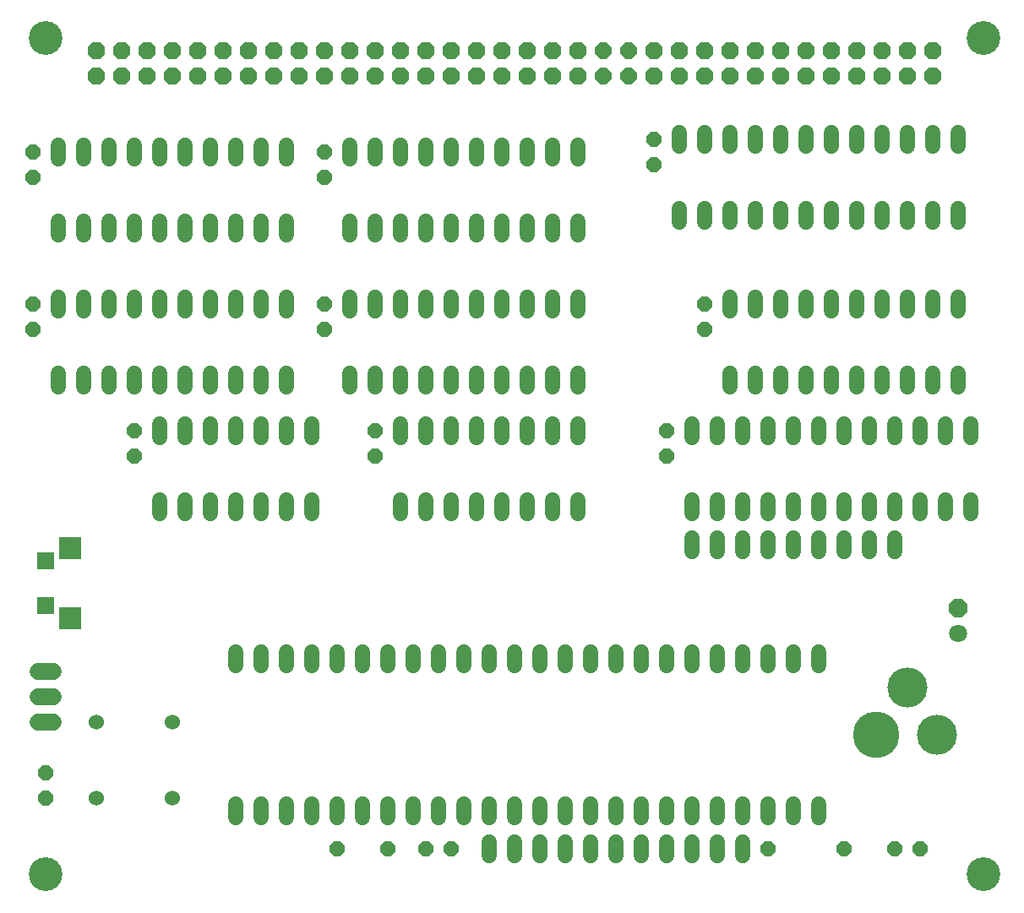
<source format=gbs>
G75*
%MOIN*%
%OFA0B0*%
%FSLAX24Y24*%
%IPPOS*%
%LPD*%
%AMOC8*
5,1,8,0,0,1.08239X$1,22.5*
%
%ADD10C,0.1330*%
%ADD11C,0.0600*%
%ADD12C,0.0600*%
%ADD13C,0.0680*%
%ADD14OC8,0.0680*%
%ADD15R,0.0680X0.0680*%
%ADD16R,0.0905X0.0905*%
%ADD17OC8,0.0600*%
%ADD18C,0.1830*%
%ADD19C,0.1580*%
%ADD20OC8,0.0640*%
%ADD21OC8,0.0710*%
%ADD22C,0.0710*%
D10*
X001680Y001680D03*
X001680Y034680D03*
X038680Y034680D03*
X038680Y001680D03*
D11*
X032180Y003920D02*
X032180Y004440D01*
X031180Y004440D02*
X031180Y003920D01*
X030180Y003920D02*
X030180Y004440D01*
X029180Y004440D02*
X029180Y003920D01*
X029180Y002940D02*
X029180Y002420D01*
X028180Y002420D02*
X028180Y002940D01*
X028180Y003920D02*
X028180Y004440D01*
X027180Y004440D02*
X027180Y003920D01*
X027180Y002940D02*
X027180Y002420D01*
X026180Y002420D02*
X026180Y002940D01*
X026180Y003920D02*
X026180Y004440D01*
X025180Y004440D02*
X025180Y003920D01*
X025180Y002940D02*
X025180Y002420D01*
X024180Y002420D02*
X024180Y002940D01*
X024180Y003920D02*
X024180Y004440D01*
X023180Y004440D02*
X023180Y003920D01*
X023180Y002940D02*
X023180Y002420D01*
X022180Y002420D02*
X022180Y002940D01*
X022180Y003920D02*
X022180Y004440D01*
X021180Y004440D02*
X021180Y003920D01*
X021180Y002940D02*
X021180Y002420D01*
X020180Y002420D02*
X020180Y002940D01*
X020180Y003920D02*
X020180Y004440D01*
X019180Y004440D02*
X019180Y003920D01*
X019180Y002940D02*
X019180Y002420D01*
X018180Y003920D02*
X018180Y004440D01*
X017180Y004440D02*
X017180Y003920D01*
X016180Y003920D02*
X016180Y004440D01*
X015180Y004440D02*
X015180Y003920D01*
X014180Y003920D02*
X014180Y004440D01*
X013180Y004440D02*
X013180Y003920D01*
X012180Y003920D02*
X012180Y004440D01*
X011180Y004440D02*
X011180Y003920D01*
X010180Y003920D02*
X010180Y004440D01*
X009180Y004440D02*
X009180Y003920D01*
X009180Y009920D02*
X009180Y010440D01*
X010180Y010440D02*
X010180Y009920D01*
X011180Y009920D02*
X011180Y010440D01*
X012180Y010440D02*
X012180Y009920D01*
X013180Y009920D02*
X013180Y010440D01*
X014180Y010440D02*
X014180Y009920D01*
X015180Y009920D02*
X015180Y010440D01*
X016180Y010440D02*
X016180Y009920D01*
X017180Y009920D02*
X017180Y010440D01*
X018180Y010440D02*
X018180Y009920D01*
X019180Y009920D02*
X019180Y010440D01*
X020180Y010440D02*
X020180Y009920D01*
X021180Y009920D02*
X021180Y010440D01*
X022180Y010440D02*
X022180Y009920D01*
X023180Y009920D02*
X023180Y010440D01*
X024180Y010440D02*
X024180Y009920D01*
X025180Y009920D02*
X025180Y010440D01*
X026180Y010440D02*
X026180Y009920D01*
X027180Y009920D02*
X027180Y010440D01*
X028180Y010440D02*
X028180Y009920D01*
X029180Y009920D02*
X029180Y010440D01*
X030180Y010440D02*
X030180Y009920D01*
X031180Y009920D02*
X031180Y010440D01*
X032180Y010440D02*
X032180Y009920D01*
X032180Y014420D02*
X032180Y014940D01*
X032180Y015920D02*
X032180Y016440D01*
X031180Y016440D02*
X031180Y015920D01*
X031180Y014940D02*
X031180Y014420D01*
X030180Y014420D02*
X030180Y014940D01*
X030180Y015920D02*
X030180Y016440D01*
X029180Y016440D02*
X029180Y015920D01*
X029180Y014940D02*
X029180Y014420D01*
X028180Y014420D02*
X028180Y014940D01*
X028180Y015920D02*
X028180Y016440D01*
X027180Y016440D02*
X027180Y015920D01*
X027180Y014940D02*
X027180Y014420D01*
X022680Y015920D02*
X022680Y016440D01*
X021680Y016440D02*
X021680Y015920D01*
X020680Y015920D02*
X020680Y016440D01*
X019680Y016440D02*
X019680Y015920D01*
X018680Y015920D02*
X018680Y016440D01*
X017680Y016440D02*
X017680Y015920D01*
X016680Y015920D02*
X016680Y016440D01*
X015680Y016440D02*
X015680Y015920D01*
X012180Y015920D02*
X012180Y016440D01*
X011180Y016440D02*
X011180Y015920D01*
X010180Y015920D02*
X010180Y016440D01*
X009180Y016440D02*
X009180Y015920D01*
X008180Y015920D02*
X008180Y016440D01*
X007180Y016440D02*
X007180Y015920D01*
X006180Y015920D02*
X006180Y016440D01*
X006180Y018920D02*
X006180Y019440D01*
X007180Y019440D02*
X007180Y018920D01*
X008180Y018920D02*
X008180Y019440D01*
X009180Y019440D02*
X009180Y018920D01*
X010180Y018920D02*
X010180Y019440D01*
X011180Y019440D02*
X011180Y018920D01*
X012180Y018920D02*
X012180Y019440D01*
X011180Y020920D02*
X011180Y021440D01*
X010180Y021440D02*
X010180Y020920D01*
X009180Y020920D02*
X009180Y021440D01*
X008180Y021440D02*
X008180Y020920D01*
X007180Y020920D02*
X007180Y021440D01*
X006180Y021440D02*
X006180Y020920D01*
X005180Y020920D02*
X005180Y021440D01*
X004180Y021440D02*
X004180Y020920D01*
X003180Y020920D02*
X003180Y021440D01*
X002180Y021440D02*
X002180Y020920D01*
X002180Y023920D02*
X002180Y024440D01*
X003180Y024440D02*
X003180Y023920D01*
X004180Y023920D02*
X004180Y024440D01*
X005180Y024440D02*
X005180Y023920D01*
X006180Y023920D02*
X006180Y024440D01*
X007180Y024440D02*
X007180Y023920D01*
X008180Y023920D02*
X008180Y024440D01*
X009180Y024440D02*
X009180Y023920D01*
X010180Y023920D02*
X010180Y024440D01*
X011180Y024440D02*
X011180Y023920D01*
X013680Y023920D02*
X013680Y024440D01*
X014680Y024440D02*
X014680Y023920D01*
X015680Y023920D02*
X015680Y024440D01*
X016680Y024440D02*
X016680Y023920D01*
X017680Y023920D02*
X017680Y024440D01*
X018680Y024440D02*
X018680Y023920D01*
X019680Y023920D02*
X019680Y024440D01*
X020680Y024440D02*
X020680Y023920D01*
X021680Y023920D02*
X021680Y024440D01*
X022680Y024440D02*
X022680Y023920D01*
X022680Y021440D02*
X022680Y020920D01*
X021680Y020920D02*
X021680Y021440D01*
X020680Y021440D02*
X020680Y020920D01*
X019680Y020920D02*
X019680Y021440D01*
X018680Y021440D02*
X018680Y020920D01*
X017680Y020920D02*
X017680Y021440D01*
X016680Y021440D02*
X016680Y020920D01*
X015680Y020920D02*
X015680Y021440D01*
X014680Y021440D02*
X014680Y020920D01*
X013680Y020920D02*
X013680Y021440D01*
X015680Y019440D02*
X015680Y018920D01*
X016680Y018920D02*
X016680Y019440D01*
X017680Y019440D02*
X017680Y018920D01*
X018680Y018920D02*
X018680Y019440D01*
X019680Y019440D02*
X019680Y018920D01*
X020680Y018920D02*
X020680Y019440D01*
X021680Y019440D02*
X021680Y018920D01*
X022680Y018920D02*
X022680Y019440D01*
X027180Y019440D02*
X027180Y018920D01*
X028180Y018920D02*
X028180Y019440D01*
X029180Y019440D02*
X029180Y018920D01*
X030180Y018920D02*
X030180Y019440D01*
X031180Y019440D02*
X031180Y018920D01*
X032180Y018920D02*
X032180Y019440D01*
X033180Y019440D02*
X033180Y018920D01*
X034180Y018920D02*
X034180Y019440D01*
X035180Y019440D02*
X035180Y018920D01*
X036180Y018920D02*
X036180Y019440D01*
X037180Y019440D02*
X037180Y018920D01*
X038180Y018920D02*
X038180Y019440D01*
X037680Y020920D02*
X037680Y021440D01*
X036680Y021440D02*
X036680Y020920D01*
X035680Y020920D02*
X035680Y021440D01*
X034680Y021440D02*
X034680Y020920D01*
X033680Y020920D02*
X033680Y021440D01*
X032680Y021440D02*
X032680Y020920D01*
X031680Y020920D02*
X031680Y021440D01*
X030680Y021440D02*
X030680Y020920D01*
X029680Y020920D02*
X029680Y021440D01*
X028680Y021440D02*
X028680Y020920D01*
X028680Y023920D02*
X028680Y024440D01*
X029680Y024440D02*
X029680Y023920D01*
X030680Y023920D02*
X030680Y024440D01*
X031680Y024440D02*
X031680Y023920D01*
X032680Y023920D02*
X032680Y024440D01*
X033680Y024440D02*
X033680Y023920D01*
X034680Y023920D02*
X034680Y024440D01*
X035680Y024440D02*
X035680Y023920D01*
X036680Y023920D02*
X036680Y024440D01*
X037680Y024440D02*
X037680Y023920D01*
X037680Y027420D02*
X037680Y027940D01*
X036680Y027940D02*
X036680Y027420D01*
X035680Y027420D02*
X035680Y027940D01*
X034680Y027940D02*
X034680Y027420D01*
X033680Y027420D02*
X033680Y027940D01*
X032680Y027940D02*
X032680Y027420D01*
X031680Y027420D02*
X031680Y027940D01*
X030680Y027940D02*
X030680Y027420D01*
X029680Y027420D02*
X029680Y027940D01*
X028680Y027940D02*
X028680Y027420D01*
X027680Y027420D02*
X027680Y027940D01*
X026680Y027940D02*
X026680Y027420D01*
X026680Y030420D02*
X026680Y030940D01*
X027680Y030940D02*
X027680Y030420D01*
X028680Y030420D02*
X028680Y030940D01*
X029680Y030940D02*
X029680Y030420D01*
X030680Y030420D02*
X030680Y030940D01*
X031680Y030940D02*
X031680Y030420D01*
X032680Y030420D02*
X032680Y030940D01*
X033680Y030940D02*
X033680Y030420D01*
X034680Y030420D02*
X034680Y030940D01*
X035680Y030940D02*
X035680Y030420D01*
X036680Y030420D02*
X036680Y030940D01*
X037680Y030940D02*
X037680Y030420D01*
X022680Y030440D02*
X022680Y029920D01*
X021680Y029920D02*
X021680Y030440D01*
X020680Y030440D02*
X020680Y029920D01*
X019680Y029920D02*
X019680Y030440D01*
X018680Y030440D02*
X018680Y029920D01*
X017680Y029920D02*
X017680Y030440D01*
X016680Y030440D02*
X016680Y029920D01*
X015680Y029920D02*
X015680Y030440D01*
X014680Y030440D02*
X014680Y029920D01*
X013680Y029920D02*
X013680Y030440D01*
X011180Y030440D02*
X011180Y029920D01*
X010180Y029920D02*
X010180Y030440D01*
X009180Y030440D02*
X009180Y029920D01*
X008180Y029920D02*
X008180Y030440D01*
X007180Y030440D02*
X007180Y029920D01*
X006180Y029920D02*
X006180Y030440D01*
X005180Y030440D02*
X005180Y029920D01*
X004180Y029920D02*
X004180Y030440D01*
X003180Y030440D02*
X003180Y029920D01*
X002180Y029920D02*
X002180Y030440D01*
X002180Y027440D02*
X002180Y026920D01*
X003180Y026920D02*
X003180Y027440D01*
X004180Y027440D02*
X004180Y026920D01*
X005180Y026920D02*
X005180Y027440D01*
X006180Y027440D02*
X006180Y026920D01*
X007180Y026920D02*
X007180Y027440D01*
X008180Y027440D02*
X008180Y026920D01*
X009180Y026920D02*
X009180Y027440D01*
X010180Y027440D02*
X010180Y026920D01*
X011180Y026920D02*
X011180Y027440D01*
X013680Y027440D02*
X013680Y026920D01*
X014680Y026920D02*
X014680Y027440D01*
X015680Y027440D02*
X015680Y026920D01*
X016680Y026920D02*
X016680Y027440D01*
X017680Y027440D02*
X017680Y026920D01*
X018680Y026920D02*
X018680Y027440D01*
X019680Y027440D02*
X019680Y026920D01*
X020680Y026920D02*
X020680Y027440D01*
X021680Y027440D02*
X021680Y026920D01*
X022680Y026920D02*
X022680Y027440D01*
X033180Y016440D02*
X033180Y015920D01*
X033180Y014940D02*
X033180Y014420D01*
X034180Y014420D02*
X034180Y014940D01*
X034180Y015920D02*
X034180Y016440D01*
X035180Y016440D02*
X035180Y015920D01*
X035180Y014940D02*
X035180Y014420D01*
X036180Y015920D02*
X036180Y016440D01*
X037180Y016440D02*
X037180Y015920D01*
X038180Y015920D02*
X038180Y016440D01*
D12*
X006680Y007680D03*
X003680Y007680D03*
X003680Y004680D03*
X006680Y004680D03*
D13*
X001980Y007680D02*
X001380Y007680D01*
X001380Y008680D02*
X001980Y008680D01*
X001980Y009680D02*
X001380Y009680D01*
D14*
X003680Y033180D03*
X004680Y033180D03*
X004680Y034180D03*
X003680Y034180D03*
X005680Y034180D03*
X006680Y034180D03*
X006680Y033180D03*
X005680Y033180D03*
X007680Y033180D03*
X008680Y033180D03*
X009680Y033180D03*
X009680Y034180D03*
X008680Y034180D03*
X007680Y034180D03*
X010680Y034180D03*
X011680Y034180D03*
X011680Y033180D03*
X010680Y033180D03*
X012680Y033180D03*
X013680Y033180D03*
X013680Y034180D03*
X012680Y034180D03*
X014680Y034180D03*
X015680Y034180D03*
X015680Y033180D03*
X014680Y033180D03*
X016680Y033180D03*
X017680Y033180D03*
X017680Y034180D03*
X016680Y034180D03*
X018680Y034180D03*
X019680Y034180D03*
X019680Y033180D03*
X018680Y033180D03*
X020680Y033180D03*
X021680Y033180D03*
X021680Y034180D03*
X020680Y034180D03*
X022680Y034180D03*
X022680Y033180D03*
X025680Y033180D03*
X025680Y034180D03*
X026680Y034180D03*
X027680Y034180D03*
X027680Y033180D03*
X026680Y033180D03*
X028680Y033180D03*
X029680Y033180D03*
X029680Y034180D03*
X028680Y034180D03*
X030680Y034180D03*
X031680Y034180D03*
X032680Y034180D03*
X032680Y033180D03*
X031680Y033180D03*
X030680Y033180D03*
X033680Y033180D03*
X034680Y033180D03*
X034680Y034180D03*
X033680Y034180D03*
X035680Y034180D03*
X036680Y034180D03*
X036680Y033180D03*
X035680Y033180D03*
D15*
X001690Y014065D03*
X001690Y012295D03*
D16*
X002670Y011800D03*
X002670Y014560D03*
D17*
X005180Y018180D03*
X005180Y019180D03*
X001180Y023180D03*
X001180Y024180D03*
X001180Y029180D03*
X001180Y030180D03*
X012680Y030180D03*
X012680Y029180D03*
X012680Y024180D03*
X012680Y023180D03*
X014680Y019180D03*
X014680Y018180D03*
X026180Y018180D03*
X026180Y019180D03*
X027680Y023180D03*
X027680Y024180D03*
X025680Y029680D03*
X025680Y030680D03*
X001680Y005680D03*
X001680Y004680D03*
X013180Y002680D03*
X015180Y002680D03*
X016680Y002680D03*
X017680Y002680D03*
X030180Y002680D03*
X033180Y002680D03*
X035180Y002680D03*
X036180Y002680D03*
D18*
X034460Y007180D03*
D19*
X035680Y009070D03*
X036861Y007180D03*
D20*
X024680Y033180D03*
X024680Y034180D03*
X023680Y034180D03*
X023680Y033180D03*
D21*
X037680Y012180D03*
D22*
X037680Y011180D03*
M02*

</source>
